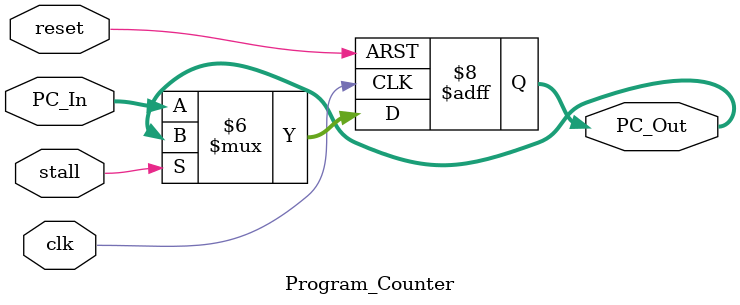
<source format=v>
`timescale 1ns / 1ps

module Program_Counter(
    input clk,
    input reset,
    input stall,
    input [63:0] PC_In,
    output reg [63:0] PC_Out
    );

initial
	PC_Out=64'd0;
	always @ (posedge clk or posedge reset)
	   if (reset == 1'b1) PC_Out = 64'b0;
	   else if (stall == 1'b1) PC_Out = PC_Out;
	   else PC_Out = PC_In;
//        PC_Out = (reset == 1'b1) ? 64'b0: PC_In;
//	begin
//		if (reset)
//			PC_Out=64'd0;
//		else
//			PC_Out=PC_In;
//	end    
endmodule
</source>
